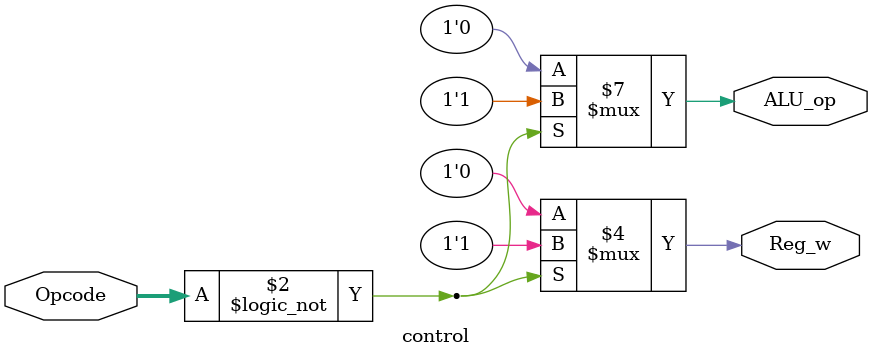
<source format=v>
module control (
    input [5:0] Opcode,
    output reg Reg_w,
    output reg ALU_op
);
    always @(*) begin
        if (Opcode == 6'd0) begin
            ALU_op <= 1;
            Reg_w <= 1;
        end
        else begin
            ALU_op <= 0;
            Reg_w <= 0;
        end
    end
endmodule

</source>
